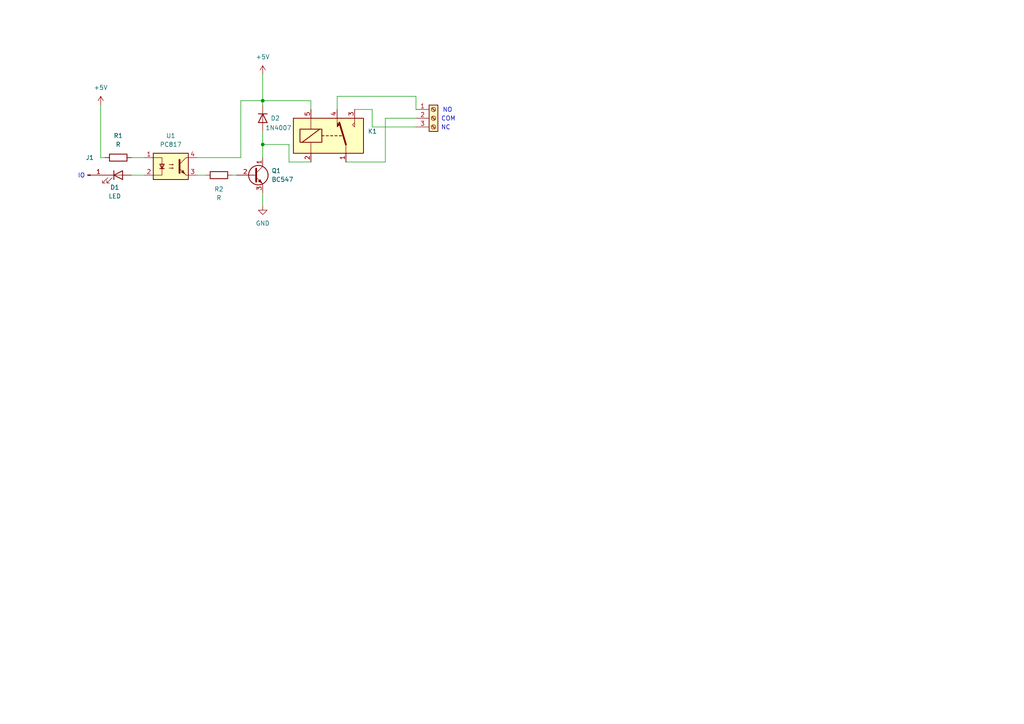
<source format=kicad_sch>
(kicad_sch
	(version 20231120)
	(generator "eeschema")
	(generator_version "8.0")
	(uuid "473fd855-799d-48e1-8f5e-63ccff72cb3c")
	(paper "A4")
	(lib_symbols
		(symbol "Connector:Conn_01x01_Pin"
			(pin_names
				(offset 1.016) hide)
			(exclude_from_sim no)
			(in_bom yes)
			(on_board yes)
			(property "Reference" "J"
				(at 0 2.54 0)
				(effects
					(font
						(size 1.27 1.27)
					)
				)
			)
			(property "Value" "Conn_01x01_Pin"
				(at 0 -2.54 0)
				(effects
					(font
						(size 1.27 1.27)
					)
				)
			)
			(property "Footprint" ""
				(at 0 0 0)
				(effects
					(font
						(size 1.27 1.27)
					)
					(hide yes)
				)
			)
			(property "Datasheet" "~"
				(at 0 0 0)
				(effects
					(font
						(size 1.27 1.27)
					)
					(hide yes)
				)
			)
			(property "Description" "Generic connector, single row, 01x01, script generated"
				(at 0 0 0)
				(effects
					(font
						(size 1.27 1.27)
					)
					(hide yes)
				)
			)
			(property "ki_locked" ""
				(at 0 0 0)
				(effects
					(font
						(size 1.27 1.27)
					)
				)
			)
			(property "ki_keywords" "connector"
				(at 0 0 0)
				(effects
					(font
						(size 1.27 1.27)
					)
					(hide yes)
				)
			)
			(property "ki_fp_filters" "Connector*:*_1x??_*"
				(at 0 0 0)
				(effects
					(font
						(size 1.27 1.27)
					)
					(hide yes)
				)
			)
			(symbol "Conn_01x01_Pin_1_1"
				(polyline
					(pts
						(xy 1.27 0) (xy 0.8636 0)
					)
					(stroke
						(width 0.1524)
						(type default)
					)
					(fill
						(type none)
					)
				)
				(rectangle
					(start 0.8636 0.127)
					(end 0 -0.127)
					(stroke
						(width 0.1524)
						(type default)
					)
					(fill
						(type outline)
					)
				)
				(pin passive line
					(at 5.08 0 180)
					(length 3.81)
					(name "Pin_1"
						(effects
							(font
								(size 1.27 1.27)
							)
						)
					)
					(number "1"
						(effects
							(font
								(size 1.27 1.27)
							)
						)
					)
				)
			)
		)
		(symbol "Connector:Screw_Terminal_01x03"
			(pin_names
				(offset 1.016) hide)
			(exclude_from_sim no)
			(in_bom yes)
			(on_board yes)
			(property "Reference" "J"
				(at 0 5.08 0)
				(effects
					(font
						(size 1.27 1.27)
					)
				)
			)
			(property "Value" "Screw_Terminal_01x03"
				(at 0 -5.08 0)
				(effects
					(font
						(size 1.27 1.27)
					)
				)
			)
			(property "Footprint" ""
				(at 0 0 0)
				(effects
					(font
						(size 1.27 1.27)
					)
					(hide yes)
				)
			)
			(property "Datasheet" "~"
				(at 0 0 0)
				(effects
					(font
						(size 1.27 1.27)
					)
					(hide yes)
				)
			)
			(property "Description" "Generic screw terminal, single row, 01x03, script generated (kicad-library-utils/schlib/autogen/connector/)"
				(at 0 0 0)
				(effects
					(font
						(size 1.27 1.27)
					)
					(hide yes)
				)
			)
			(property "ki_keywords" "screw terminal"
				(at 0 0 0)
				(effects
					(font
						(size 1.27 1.27)
					)
					(hide yes)
				)
			)
			(property "ki_fp_filters" "TerminalBlock*:*"
				(at 0 0 0)
				(effects
					(font
						(size 1.27 1.27)
					)
					(hide yes)
				)
			)
			(symbol "Screw_Terminal_01x03_1_1"
				(rectangle
					(start -1.27 3.81)
					(end 1.27 -3.81)
					(stroke
						(width 0.254)
						(type default)
					)
					(fill
						(type background)
					)
				)
				(circle
					(center 0 -2.54)
					(radius 0.635)
					(stroke
						(width 0.1524)
						(type default)
					)
					(fill
						(type none)
					)
				)
				(polyline
					(pts
						(xy -0.5334 -2.2098) (xy 0.3302 -3.048)
					)
					(stroke
						(width 0.1524)
						(type default)
					)
					(fill
						(type none)
					)
				)
				(polyline
					(pts
						(xy -0.5334 0.3302) (xy 0.3302 -0.508)
					)
					(stroke
						(width 0.1524)
						(type default)
					)
					(fill
						(type none)
					)
				)
				(polyline
					(pts
						(xy -0.5334 2.8702) (xy 0.3302 2.032)
					)
					(stroke
						(width 0.1524)
						(type default)
					)
					(fill
						(type none)
					)
				)
				(polyline
					(pts
						(xy -0.3556 -2.032) (xy 0.508 -2.8702)
					)
					(stroke
						(width 0.1524)
						(type default)
					)
					(fill
						(type none)
					)
				)
				(polyline
					(pts
						(xy -0.3556 0.508) (xy 0.508 -0.3302)
					)
					(stroke
						(width 0.1524)
						(type default)
					)
					(fill
						(type none)
					)
				)
				(polyline
					(pts
						(xy -0.3556 3.048) (xy 0.508 2.2098)
					)
					(stroke
						(width 0.1524)
						(type default)
					)
					(fill
						(type none)
					)
				)
				(circle
					(center 0 0)
					(radius 0.635)
					(stroke
						(width 0.1524)
						(type default)
					)
					(fill
						(type none)
					)
				)
				(circle
					(center 0 2.54)
					(radius 0.635)
					(stroke
						(width 0.1524)
						(type default)
					)
					(fill
						(type none)
					)
				)
				(pin passive line
					(at -5.08 2.54 0)
					(length 3.81)
					(name "Pin_1"
						(effects
							(font
								(size 1.27 1.27)
							)
						)
					)
					(number "1"
						(effects
							(font
								(size 1.27 1.27)
							)
						)
					)
				)
				(pin passive line
					(at -5.08 0 0)
					(length 3.81)
					(name "Pin_2"
						(effects
							(font
								(size 1.27 1.27)
							)
						)
					)
					(number "2"
						(effects
							(font
								(size 1.27 1.27)
							)
						)
					)
				)
				(pin passive line
					(at -5.08 -2.54 0)
					(length 3.81)
					(name "Pin_3"
						(effects
							(font
								(size 1.27 1.27)
							)
						)
					)
					(number "3"
						(effects
							(font
								(size 1.27 1.27)
							)
						)
					)
				)
			)
		)
		(symbol "Device:LED"
			(pin_numbers hide)
			(pin_names
				(offset 1.016) hide)
			(exclude_from_sim no)
			(in_bom yes)
			(on_board yes)
			(property "Reference" "D"
				(at 0 2.54 0)
				(effects
					(font
						(size 1.27 1.27)
					)
				)
			)
			(property "Value" "LED"
				(at 0 -2.54 0)
				(effects
					(font
						(size 1.27 1.27)
					)
				)
			)
			(property "Footprint" ""
				(at 0 0 0)
				(effects
					(font
						(size 1.27 1.27)
					)
					(hide yes)
				)
			)
			(property "Datasheet" "~"
				(at 0 0 0)
				(effects
					(font
						(size 1.27 1.27)
					)
					(hide yes)
				)
			)
			(property "Description" "Light emitting diode"
				(at 0 0 0)
				(effects
					(font
						(size 1.27 1.27)
					)
					(hide yes)
				)
			)
			(property "ki_keywords" "LED diode"
				(at 0 0 0)
				(effects
					(font
						(size 1.27 1.27)
					)
					(hide yes)
				)
			)
			(property "ki_fp_filters" "LED* LED_SMD:* LED_THT:*"
				(at 0 0 0)
				(effects
					(font
						(size 1.27 1.27)
					)
					(hide yes)
				)
			)
			(symbol "LED_0_1"
				(polyline
					(pts
						(xy -1.27 -1.27) (xy -1.27 1.27)
					)
					(stroke
						(width 0.254)
						(type default)
					)
					(fill
						(type none)
					)
				)
				(polyline
					(pts
						(xy -1.27 0) (xy 1.27 0)
					)
					(stroke
						(width 0)
						(type default)
					)
					(fill
						(type none)
					)
				)
				(polyline
					(pts
						(xy 1.27 -1.27) (xy 1.27 1.27) (xy -1.27 0) (xy 1.27 -1.27)
					)
					(stroke
						(width 0.254)
						(type default)
					)
					(fill
						(type none)
					)
				)
				(polyline
					(pts
						(xy -3.048 -0.762) (xy -4.572 -2.286) (xy -3.81 -2.286) (xy -4.572 -2.286) (xy -4.572 -1.524)
					)
					(stroke
						(width 0)
						(type default)
					)
					(fill
						(type none)
					)
				)
				(polyline
					(pts
						(xy -1.778 -0.762) (xy -3.302 -2.286) (xy -2.54 -2.286) (xy -3.302 -2.286) (xy -3.302 -1.524)
					)
					(stroke
						(width 0)
						(type default)
					)
					(fill
						(type none)
					)
				)
			)
			(symbol "LED_1_1"
				(pin passive line
					(at -3.81 0 0)
					(length 2.54)
					(name "K"
						(effects
							(font
								(size 1.27 1.27)
							)
						)
					)
					(number "1"
						(effects
							(font
								(size 1.27 1.27)
							)
						)
					)
				)
				(pin passive line
					(at 3.81 0 180)
					(length 2.54)
					(name "A"
						(effects
							(font
								(size 1.27 1.27)
							)
						)
					)
					(number "2"
						(effects
							(font
								(size 1.27 1.27)
							)
						)
					)
				)
			)
		)
		(symbol "Device:R"
			(pin_numbers hide)
			(pin_names
				(offset 0)
			)
			(exclude_from_sim no)
			(in_bom yes)
			(on_board yes)
			(property "Reference" "R"
				(at 2.032 0 90)
				(effects
					(font
						(size 1.27 1.27)
					)
				)
			)
			(property "Value" "R"
				(at 0 0 90)
				(effects
					(font
						(size 1.27 1.27)
					)
				)
			)
			(property "Footprint" ""
				(at -1.778 0 90)
				(effects
					(font
						(size 1.27 1.27)
					)
					(hide yes)
				)
			)
			(property "Datasheet" "~"
				(at 0 0 0)
				(effects
					(font
						(size 1.27 1.27)
					)
					(hide yes)
				)
			)
			(property "Description" "Resistor"
				(at 0 0 0)
				(effects
					(font
						(size 1.27 1.27)
					)
					(hide yes)
				)
			)
			(property "ki_keywords" "R res resistor"
				(at 0 0 0)
				(effects
					(font
						(size 1.27 1.27)
					)
					(hide yes)
				)
			)
			(property "ki_fp_filters" "R_*"
				(at 0 0 0)
				(effects
					(font
						(size 1.27 1.27)
					)
					(hide yes)
				)
			)
			(symbol "R_0_1"
				(rectangle
					(start -1.016 -2.54)
					(end 1.016 2.54)
					(stroke
						(width 0.254)
						(type default)
					)
					(fill
						(type none)
					)
				)
			)
			(symbol "R_1_1"
				(pin passive line
					(at 0 3.81 270)
					(length 1.27)
					(name "~"
						(effects
							(font
								(size 1.27 1.27)
							)
						)
					)
					(number "1"
						(effects
							(font
								(size 1.27 1.27)
							)
						)
					)
				)
				(pin passive line
					(at 0 -3.81 90)
					(length 1.27)
					(name "~"
						(effects
							(font
								(size 1.27 1.27)
							)
						)
					)
					(number "2"
						(effects
							(font
								(size 1.27 1.27)
							)
						)
					)
				)
			)
		)
		(symbol "Diode:1N4007"
			(pin_numbers hide)
			(pin_names hide)
			(exclude_from_sim no)
			(in_bom yes)
			(on_board yes)
			(property "Reference" "D"
				(at 0 2.54 0)
				(effects
					(font
						(size 1.27 1.27)
					)
				)
			)
			(property "Value" "1N4007"
				(at 0 -2.54 0)
				(effects
					(font
						(size 1.27 1.27)
					)
				)
			)
			(property "Footprint" "Diode_THT:D_DO-41_SOD81_P10.16mm_Horizontal"
				(at 0 -4.445 0)
				(effects
					(font
						(size 1.27 1.27)
					)
					(hide yes)
				)
			)
			(property "Datasheet" "http://www.vishay.com/docs/88503/1n4001.pdf"
				(at 0 0 0)
				(effects
					(font
						(size 1.27 1.27)
					)
					(hide yes)
				)
			)
			(property "Description" "1000V 1A General Purpose Rectifier Diode, DO-41"
				(at 0 0 0)
				(effects
					(font
						(size 1.27 1.27)
					)
					(hide yes)
				)
			)
			(property "Sim.Device" "D"
				(at 0 0 0)
				(effects
					(font
						(size 1.27 1.27)
					)
					(hide yes)
				)
			)
			(property "Sim.Pins" "1=K 2=A"
				(at 0 0 0)
				(effects
					(font
						(size 1.27 1.27)
					)
					(hide yes)
				)
			)
			(property "ki_keywords" "diode"
				(at 0 0 0)
				(effects
					(font
						(size 1.27 1.27)
					)
					(hide yes)
				)
			)
			(property "ki_fp_filters" "D*DO?41*"
				(at 0 0 0)
				(effects
					(font
						(size 1.27 1.27)
					)
					(hide yes)
				)
			)
			(symbol "1N4007_0_1"
				(polyline
					(pts
						(xy -1.27 1.27) (xy -1.27 -1.27)
					)
					(stroke
						(width 0.254)
						(type default)
					)
					(fill
						(type none)
					)
				)
				(polyline
					(pts
						(xy 1.27 0) (xy -1.27 0)
					)
					(stroke
						(width 0)
						(type default)
					)
					(fill
						(type none)
					)
				)
				(polyline
					(pts
						(xy 1.27 1.27) (xy 1.27 -1.27) (xy -1.27 0) (xy 1.27 1.27)
					)
					(stroke
						(width 0.254)
						(type default)
					)
					(fill
						(type none)
					)
				)
			)
			(symbol "1N4007_1_1"
				(pin passive line
					(at -3.81 0 0)
					(length 2.54)
					(name "K"
						(effects
							(font
								(size 1.27 1.27)
							)
						)
					)
					(number "1"
						(effects
							(font
								(size 1.27 1.27)
							)
						)
					)
				)
				(pin passive line
					(at 3.81 0 180)
					(length 2.54)
					(name "A"
						(effects
							(font
								(size 1.27 1.27)
							)
						)
					)
					(number "2"
						(effects
							(font
								(size 1.27 1.27)
							)
						)
					)
				)
			)
		)
		(symbol "Isolator:PC817"
			(pin_names
				(offset 1.016)
			)
			(exclude_from_sim no)
			(in_bom yes)
			(on_board yes)
			(property "Reference" "U"
				(at -5.08 5.08 0)
				(effects
					(font
						(size 1.27 1.27)
					)
					(justify left)
				)
			)
			(property "Value" "PC817"
				(at 0 5.08 0)
				(effects
					(font
						(size 1.27 1.27)
					)
					(justify left)
				)
			)
			(property "Footprint" "Package_DIP:DIP-4_W7.62mm"
				(at -5.08 -5.08 0)
				(effects
					(font
						(size 1.27 1.27)
						(italic yes)
					)
					(justify left)
					(hide yes)
				)
			)
			(property "Datasheet" "http://www.soselectronic.cz/a_info/resource/d/pc817.pdf"
				(at 0 0 0)
				(effects
					(font
						(size 1.27 1.27)
					)
					(justify left)
					(hide yes)
				)
			)
			(property "Description" "DC Optocoupler, Vce 35V, CTR 50-300%, DIP-4"
				(at 0 0 0)
				(effects
					(font
						(size 1.27 1.27)
					)
					(hide yes)
				)
			)
			(property "ki_keywords" "NPN DC Optocoupler"
				(at 0 0 0)
				(effects
					(font
						(size 1.27 1.27)
					)
					(hide yes)
				)
			)
			(property "ki_fp_filters" "DIP*W7.62mm*"
				(at 0 0 0)
				(effects
					(font
						(size 1.27 1.27)
					)
					(hide yes)
				)
			)
			(symbol "PC817_0_1"
				(rectangle
					(start -5.08 3.81)
					(end 5.08 -3.81)
					(stroke
						(width 0.254)
						(type default)
					)
					(fill
						(type background)
					)
				)
				(polyline
					(pts
						(xy -3.175 -0.635) (xy -1.905 -0.635)
					)
					(stroke
						(width 0.254)
						(type default)
					)
					(fill
						(type none)
					)
				)
				(polyline
					(pts
						(xy 2.54 0.635) (xy 4.445 2.54)
					)
					(stroke
						(width 0)
						(type default)
					)
					(fill
						(type none)
					)
				)
				(polyline
					(pts
						(xy 4.445 -2.54) (xy 2.54 -0.635)
					)
					(stroke
						(width 0)
						(type default)
					)
					(fill
						(type outline)
					)
				)
				(polyline
					(pts
						(xy 4.445 -2.54) (xy 5.08 -2.54)
					)
					(stroke
						(width 0)
						(type default)
					)
					(fill
						(type none)
					)
				)
				(polyline
					(pts
						(xy 4.445 2.54) (xy 5.08 2.54)
					)
					(stroke
						(width 0)
						(type default)
					)
					(fill
						(type none)
					)
				)
				(polyline
					(pts
						(xy -5.08 2.54) (xy -2.54 2.54) (xy -2.54 -0.635)
					)
					(stroke
						(width 0)
						(type default)
					)
					(fill
						(type none)
					)
				)
				(polyline
					(pts
						(xy -2.54 -0.635) (xy -2.54 -2.54) (xy -5.08 -2.54)
					)
					(stroke
						(width 0)
						(type default)
					)
					(fill
						(type none)
					)
				)
				(polyline
					(pts
						(xy 2.54 1.905) (xy 2.54 -1.905) (xy 2.54 -1.905)
					)
					(stroke
						(width 0.508)
						(type default)
					)
					(fill
						(type none)
					)
				)
				(polyline
					(pts
						(xy -2.54 -0.635) (xy -3.175 0.635) (xy -1.905 0.635) (xy -2.54 -0.635)
					)
					(stroke
						(width 0.254)
						(type default)
					)
					(fill
						(type none)
					)
				)
				(polyline
					(pts
						(xy -0.508 -0.508) (xy 0.762 -0.508) (xy 0.381 -0.635) (xy 0.381 -0.381) (xy 0.762 -0.508)
					)
					(stroke
						(width 0)
						(type default)
					)
					(fill
						(type none)
					)
				)
				(polyline
					(pts
						(xy -0.508 0.508) (xy 0.762 0.508) (xy 0.381 0.381) (xy 0.381 0.635) (xy 0.762 0.508)
					)
					(stroke
						(width 0)
						(type default)
					)
					(fill
						(type none)
					)
				)
				(polyline
					(pts
						(xy 3.048 -1.651) (xy 3.556 -1.143) (xy 4.064 -2.159) (xy 3.048 -1.651) (xy 3.048 -1.651)
					)
					(stroke
						(width 0)
						(type default)
					)
					(fill
						(type outline)
					)
				)
			)
			(symbol "PC817_1_1"
				(pin passive line
					(at -7.62 2.54 0)
					(length 2.54)
					(name "~"
						(effects
							(font
								(size 1.27 1.27)
							)
						)
					)
					(number "1"
						(effects
							(font
								(size 1.27 1.27)
							)
						)
					)
				)
				(pin passive line
					(at -7.62 -2.54 0)
					(length 2.54)
					(name "~"
						(effects
							(font
								(size 1.27 1.27)
							)
						)
					)
					(number "2"
						(effects
							(font
								(size 1.27 1.27)
							)
						)
					)
				)
				(pin passive line
					(at 7.62 -2.54 180)
					(length 2.54)
					(name "~"
						(effects
							(font
								(size 1.27 1.27)
							)
						)
					)
					(number "3"
						(effects
							(font
								(size 1.27 1.27)
							)
						)
					)
				)
				(pin passive line
					(at 7.62 2.54 180)
					(length 2.54)
					(name "~"
						(effects
							(font
								(size 1.27 1.27)
							)
						)
					)
					(number "4"
						(effects
							(font
								(size 1.27 1.27)
							)
						)
					)
				)
			)
		)
		(symbol "Relay:SANYOU_SRD_Form_C"
			(exclude_from_sim no)
			(in_bom yes)
			(on_board yes)
			(property "Reference" "K"
				(at 11.43 3.81 0)
				(effects
					(font
						(size 1.27 1.27)
					)
					(justify left)
				)
			)
			(property "Value" "SANYOU_SRD_Form_C"
				(at 11.43 1.27 0)
				(effects
					(font
						(size 1.27 1.27)
					)
					(justify left)
				)
			)
			(property "Footprint" "Relay_THT:Relay_SPDT_SANYOU_SRD_Series_Form_C"
				(at 11.43 -1.27 0)
				(effects
					(font
						(size 1.27 1.27)
					)
					(justify left)
					(hide yes)
				)
			)
			(property "Datasheet" "http://www.sanyourelay.ca/public/products/pdf/SRD.pdf"
				(at 0 0 0)
				(effects
					(font
						(size 1.27 1.27)
					)
					(hide yes)
				)
			)
			(property "Description" "Sanyo SRD relay, Single Pole Miniature Power Relay,"
				(at 0 0 0)
				(effects
					(font
						(size 1.27 1.27)
					)
					(hide yes)
				)
			)
			(property "ki_keywords" "Single Pole Relay SPDT"
				(at 0 0 0)
				(effects
					(font
						(size 1.27 1.27)
					)
					(hide yes)
				)
			)
			(property "ki_fp_filters" "Relay*SPDT*SANYOU*SRD*Series*Form*C*"
				(at 0 0 0)
				(effects
					(font
						(size 1.27 1.27)
					)
					(hide yes)
				)
			)
			(symbol "SANYOU_SRD_Form_C_0_0"
				(polyline
					(pts
						(xy 7.62 5.08) (xy 7.62 2.54) (xy 6.985 3.175) (xy 7.62 3.81)
					)
					(stroke
						(width 0)
						(type default)
					)
					(fill
						(type none)
					)
				)
			)
			(symbol "SANYOU_SRD_Form_C_0_1"
				(rectangle
					(start -10.16 5.08)
					(end 10.16 -5.08)
					(stroke
						(width 0.254)
						(type default)
					)
					(fill
						(type background)
					)
				)
				(rectangle
					(start -8.255 1.905)
					(end -1.905 -1.905)
					(stroke
						(width 0.254)
						(type default)
					)
					(fill
						(type none)
					)
				)
				(polyline
					(pts
						(xy -7.62 -1.905) (xy -2.54 1.905)
					)
					(stroke
						(width 0.254)
						(type default)
					)
					(fill
						(type none)
					)
				)
				(polyline
					(pts
						(xy -5.08 -5.08) (xy -5.08 -1.905)
					)
					(stroke
						(width 0)
						(type default)
					)
					(fill
						(type none)
					)
				)
				(polyline
					(pts
						(xy -5.08 5.08) (xy -5.08 1.905)
					)
					(stroke
						(width 0)
						(type default)
					)
					(fill
						(type none)
					)
				)
				(polyline
					(pts
						(xy -1.905 0) (xy -1.27 0)
					)
					(stroke
						(width 0.254)
						(type default)
					)
					(fill
						(type none)
					)
				)
				(polyline
					(pts
						(xy -0.635 0) (xy 0 0)
					)
					(stroke
						(width 0.254)
						(type default)
					)
					(fill
						(type none)
					)
				)
				(polyline
					(pts
						(xy 0.635 0) (xy 1.27 0)
					)
					(stroke
						(width 0.254)
						(type default)
					)
					(fill
						(type none)
					)
				)
				(polyline
					(pts
						(xy 1.905 0) (xy 2.54 0)
					)
					(stroke
						(width 0.254)
						(type default)
					)
					(fill
						(type none)
					)
				)
				(polyline
					(pts
						(xy 3.175 0) (xy 3.81 0)
					)
					(stroke
						(width 0.254)
						(type default)
					)
					(fill
						(type none)
					)
				)
				(polyline
					(pts
						(xy 5.08 -2.54) (xy 3.175 3.81)
					)
					(stroke
						(width 0.508)
						(type default)
					)
					(fill
						(type none)
					)
				)
				(polyline
					(pts
						(xy 5.08 -2.54) (xy 5.08 -5.08)
					)
					(stroke
						(width 0)
						(type default)
					)
					(fill
						(type none)
					)
				)
			)
			(symbol "SANYOU_SRD_Form_C_1_1"
				(polyline
					(pts
						(xy 2.54 3.81) (xy 3.175 3.175) (xy 2.54 2.54) (xy 2.54 5.08)
					)
					(stroke
						(width 0)
						(type default)
					)
					(fill
						(type outline)
					)
				)
				(pin passive line
					(at 5.08 -7.62 90)
					(length 2.54)
					(name "~"
						(effects
							(font
								(size 1.27 1.27)
							)
						)
					)
					(number "1"
						(effects
							(font
								(size 1.27 1.27)
							)
						)
					)
				)
				(pin passive line
					(at -5.08 -7.62 90)
					(length 2.54)
					(name "~"
						(effects
							(font
								(size 1.27 1.27)
							)
						)
					)
					(number "2"
						(effects
							(font
								(size 1.27 1.27)
							)
						)
					)
				)
				(pin passive line
					(at 7.62 7.62 270)
					(length 2.54)
					(name "~"
						(effects
							(font
								(size 1.27 1.27)
							)
						)
					)
					(number "3"
						(effects
							(font
								(size 1.27 1.27)
							)
						)
					)
				)
				(pin passive line
					(at 2.54 7.62 270)
					(length 2.54)
					(name "~"
						(effects
							(font
								(size 1.27 1.27)
							)
						)
					)
					(number "4"
						(effects
							(font
								(size 1.27 1.27)
							)
						)
					)
				)
				(pin passive line
					(at -5.08 7.62 270)
					(length 2.54)
					(name "~"
						(effects
							(font
								(size 1.27 1.27)
							)
						)
					)
					(number "5"
						(effects
							(font
								(size 1.27 1.27)
							)
						)
					)
				)
			)
		)
		(symbol "Transistor_BJT:BC547"
			(pin_names
				(offset 0) hide)
			(exclude_from_sim no)
			(in_bom yes)
			(on_board yes)
			(property "Reference" "Q"
				(at 5.08 1.905 0)
				(effects
					(font
						(size 1.27 1.27)
					)
					(justify left)
				)
			)
			(property "Value" "BC547"
				(at 5.08 0 0)
				(effects
					(font
						(size 1.27 1.27)
					)
					(justify left)
				)
			)
			(property "Footprint" "Package_TO_SOT_THT:TO-92_Inline"
				(at 5.08 -1.905 0)
				(effects
					(font
						(size 1.27 1.27)
						(italic yes)
					)
					(justify left)
					(hide yes)
				)
			)
			(property "Datasheet" "https://www.onsemi.com/pub/Collateral/BC550-D.pdf"
				(at 0 0 0)
				(effects
					(font
						(size 1.27 1.27)
					)
					(justify left)
					(hide yes)
				)
			)
			(property "Description" "0.1A Ic, 45V Vce, Small Signal NPN Transistor, TO-92"
				(at 0 0 0)
				(effects
					(font
						(size 1.27 1.27)
					)
					(hide yes)
				)
			)
			(property "ki_keywords" "NPN Transistor"
				(at 0 0 0)
				(effects
					(font
						(size 1.27 1.27)
					)
					(hide yes)
				)
			)
			(property "ki_fp_filters" "TO?92*"
				(at 0 0 0)
				(effects
					(font
						(size 1.27 1.27)
					)
					(hide yes)
				)
			)
			(symbol "BC547_0_1"
				(polyline
					(pts
						(xy 0 0) (xy 0.635 0)
					)
					(stroke
						(width 0)
						(type default)
					)
					(fill
						(type none)
					)
				)
				(polyline
					(pts
						(xy 0.635 0.635) (xy 2.54 2.54)
					)
					(stroke
						(width 0)
						(type default)
					)
					(fill
						(type none)
					)
				)
				(polyline
					(pts
						(xy 0.635 -0.635) (xy 2.54 -2.54) (xy 2.54 -2.54)
					)
					(stroke
						(width 0)
						(type default)
					)
					(fill
						(type none)
					)
				)
				(polyline
					(pts
						(xy 0.635 1.905) (xy 0.635 -1.905) (xy 0.635 -1.905)
					)
					(stroke
						(width 0.508)
						(type default)
					)
					(fill
						(type none)
					)
				)
				(polyline
					(pts
						(xy 1.27 -1.778) (xy 1.778 -1.27) (xy 2.286 -2.286) (xy 1.27 -1.778) (xy 1.27 -1.778)
					)
					(stroke
						(width 0)
						(type default)
					)
					(fill
						(type outline)
					)
				)
				(circle
					(center 1.27 0)
					(radius 2.8194)
					(stroke
						(width 0.254)
						(type default)
					)
					(fill
						(type none)
					)
				)
			)
			(symbol "BC547_1_1"
				(pin passive line
					(at 2.54 5.08 270)
					(length 2.54)
					(name "C"
						(effects
							(font
								(size 1.27 1.27)
							)
						)
					)
					(number "1"
						(effects
							(font
								(size 1.27 1.27)
							)
						)
					)
				)
				(pin input line
					(at -5.08 0 0)
					(length 5.08)
					(name "B"
						(effects
							(font
								(size 1.27 1.27)
							)
						)
					)
					(number "2"
						(effects
							(font
								(size 1.27 1.27)
							)
						)
					)
				)
				(pin passive line
					(at 2.54 -5.08 90)
					(length 2.54)
					(name "E"
						(effects
							(font
								(size 1.27 1.27)
							)
						)
					)
					(number "3"
						(effects
							(font
								(size 1.27 1.27)
							)
						)
					)
				)
			)
		)
		(symbol "power:+5V"
			(power)
			(pin_numbers hide)
			(pin_names
				(offset 0) hide)
			(exclude_from_sim no)
			(in_bom yes)
			(on_board yes)
			(property "Reference" "#PWR"
				(at 0 -3.81 0)
				(effects
					(font
						(size 1.27 1.27)
					)
					(hide yes)
				)
			)
			(property "Value" "+5V"
				(at 0 3.556 0)
				(effects
					(font
						(size 1.27 1.27)
					)
				)
			)
			(property "Footprint" ""
				(at 0 0 0)
				(effects
					(font
						(size 1.27 1.27)
					)
					(hide yes)
				)
			)
			(property "Datasheet" ""
				(at 0 0 0)
				(effects
					(font
						(size 1.27 1.27)
					)
					(hide yes)
				)
			)
			(property "Description" "Power symbol creates a global label with name \"+5V\""
				(at 0 0 0)
				(effects
					(font
						(size 1.27 1.27)
					)
					(hide yes)
				)
			)
			(property "ki_keywords" "global power"
				(at 0 0 0)
				(effects
					(font
						(size 1.27 1.27)
					)
					(hide yes)
				)
			)
			(symbol "+5V_0_1"
				(polyline
					(pts
						(xy -0.762 1.27) (xy 0 2.54)
					)
					(stroke
						(width 0)
						(type default)
					)
					(fill
						(type none)
					)
				)
				(polyline
					(pts
						(xy 0 0) (xy 0 2.54)
					)
					(stroke
						(width 0)
						(type default)
					)
					(fill
						(type none)
					)
				)
				(polyline
					(pts
						(xy 0 2.54) (xy 0.762 1.27)
					)
					(stroke
						(width 0)
						(type default)
					)
					(fill
						(type none)
					)
				)
			)
			(symbol "+5V_1_1"
				(pin power_in line
					(at 0 0 90)
					(length 0)
					(name "~"
						(effects
							(font
								(size 1.27 1.27)
							)
						)
					)
					(number "1"
						(effects
							(font
								(size 1.27 1.27)
							)
						)
					)
				)
			)
		)
		(symbol "power:GND"
			(power)
			(pin_numbers hide)
			(pin_names
				(offset 0) hide)
			(exclude_from_sim no)
			(in_bom yes)
			(on_board yes)
			(property "Reference" "#PWR"
				(at 0 -6.35 0)
				(effects
					(font
						(size 1.27 1.27)
					)
					(hide yes)
				)
			)
			(property "Value" "GND"
				(at 0 -3.81 0)
				(effects
					(font
						(size 1.27 1.27)
					)
				)
			)
			(property "Footprint" ""
				(at 0 0 0)
				(effects
					(font
						(size 1.27 1.27)
					)
					(hide yes)
				)
			)
			(property "Datasheet" ""
				(at 0 0 0)
				(effects
					(font
						(size 1.27 1.27)
					)
					(hide yes)
				)
			)
			(property "Description" "Power symbol creates a global label with name \"GND\" , ground"
				(at 0 0 0)
				(effects
					(font
						(size 1.27 1.27)
					)
					(hide yes)
				)
			)
			(property "ki_keywords" "global power"
				(at 0 0 0)
				(effects
					(font
						(size 1.27 1.27)
					)
					(hide yes)
				)
			)
			(symbol "GND_0_1"
				(polyline
					(pts
						(xy 0 0) (xy 0 -1.27) (xy 1.27 -1.27) (xy 0 -2.54) (xy -1.27 -1.27) (xy 0 -1.27)
					)
					(stroke
						(width 0)
						(type default)
					)
					(fill
						(type none)
					)
				)
			)
			(symbol "GND_1_1"
				(pin power_in line
					(at 0 0 270)
					(length 0)
					(name "~"
						(effects
							(font
								(size 1.27 1.27)
							)
						)
					)
					(number "1"
						(effects
							(font
								(size 1.27 1.27)
							)
						)
					)
				)
			)
		)
	)
	(junction
		(at 76.2 29.21)
		(diameter 0)
		(color 0 0 0 0)
		(uuid "9808caf5-3c35-4f2f-8463-58bf3aee3bf5")
	)
	(junction
		(at 76.2 41.91)
		(diameter 0)
		(color 0 0 0 0)
		(uuid "bc80ed1f-8b61-4540-b930-e8b7174f24ef")
	)
	(wire
		(pts
			(xy 120.65 27.94) (xy 97.79 27.94)
		)
		(stroke
			(width 0)
			(type default)
		)
		(uuid "0d494e07-2953-4288-aeed-179393a3f0d7")
	)
	(wire
		(pts
			(xy 90.17 29.21) (xy 76.2 29.21)
		)
		(stroke
			(width 0)
			(type default)
		)
		(uuid "117c92c7-e166-4428-b323-c3f9c7de09fa")
	)
	(wire
		(pts
			(xy 111.76 46.99) (xy 100.33 46.99)
		)
		(stroke
			(width 0)
			(type default)
		)
		(uuid "1219c79c-0008-4b43-87ae-19acd59db482")
	)
	(wire
		(pts
			(xy 107.95 36.83) (xy 107.95 31.75)
		)
		(stroke
			(width 0)
			(type default)
		)
		(uuid "1367b968-d181-42df-a15a-b3456646fabd")
	)
	(wire
		(pts
			(xy 90.17 46.99) (xy 83.82 46.99)
		)
		(stroke
			(width 0)
			(type default)
		)
		(uuid "17686c92-79ea-45d6-9cd8-631e541d6d28")
	)
	(wire
		(pts
			(xy 120.65 31.75) (xy 120.65 27.94)
		)
		(stroke
			(width 0)
			(type default)
		)
		(uuid "38f74a8f-8bab-4f77-9f3f-4fe39f073b6e")
	)
	(wire
		(pts
			(xy 76.2 41.91) (xy 76.2 45.72)
		)
		(stroke
			(width 0)
			(type default)
		)
		(uuid "492e4b40-51fa-4b88-8eac-ba2a5c6c39cd")
	)
	(wire
		(pts
			(xy 111.76 34.29) (xy 111.76 46.99)
		)
		(stroke
			(width 0)
			(type default)
		)
		(uuid "50afce0a-c4d5-49ff-9688-47a00d0e0491")
	)
	(wire
		(pts
			(xy 69.85 45.72) (xy 69.85 29.21)
		)
		(stroke
			(width 0)
			(type default)
		)
		(uuid "5949fbc8-8f7b-4c8a-a88a-22e3564c27d6")
	)
	(wire
		(pts
			(xy 76.2 21.59) (xy 76.2 29.21)
		)
		(stroke
			(width 0)
			(type default)
		)
		(uuid "611a06b5-15d5-4aad-a425-553456c79bf1")
	)
	(wire
		(pts
			(xy 38.1 50.8) (xy 41.91 50.8)
		)
		(stroke
			(width 0)
			(type default)
		)
		(uuid "67d29609-fd31-4506-91b5-423100830a0b")
	)
	(wire
		(pts
			(xy 29.21 30.48) (xy 29.21 45.72)
		)
		(stroke
			(width 0)
			(type default)
		)
		(uuid "6b6e96c1-9868-44e4-8652-ebdba0886bab")
	)
	(wire
		(pts
			(xy 29.21 45.72) (xy 30.48 45.72)
		)
		(stroke
			(width 0)
			(type default)
		)
		(uuid "7164cacc-58c9-460b-aa87-96f82e695742")
	)
	(wire
		(pts
			(xy 57.15 50.8) (xy 59.69 50.8)
		)
		(stroke
			(width 0)
			(type default)
		)
		(uuid "71d360a9-aba8-49c2-95e7-b1a07f4e024b")
	)
	(wire
		(pts
			(xy 57.15 45.72) (xy 69.85 45.72)
		)
		(stroke
			(width 0)
			(type default)
		)
		(uuid "733f92a4-a5f2-4356-93a8-e0a192f97e11")
	)
	(wire
		(pts
			(xy 38.1 45.72) (xy 41.91 45.72)
		)
		(stroke
			(width 0)
			(type default)
		)
		(uuid "81467df2-36c3-4fab-84f6-1ae9c326c645")
	)
	(wire
		(pts
			(xy 76.2 55.88) (xy 76.2 59.69)
		)
		(stroke
			(width 0)
			(type default)
		)
		(uuid "8725610a-8f2d-4f97-b48c-aca01b9e1ad3")
	)
	(wire
		(pts
			(xy 69.85 29.21) (xy 76.2 29.21)
		)
		(stroke
			(width 0)
			(type default)
		)
		(uuid "9365ce9f-b1f5-4e33-a4e9-0cb1c07d00f4")
	)
	(wire
		(pts
			(xy 107.95 31.75) (xy 102.87 31.75)
		)
		(stroke
			(width 0)
			(type default)
		)
		(uuid "9ef5b68d-e9ed-40df-a898-ca5ed77fad10")
	)
	(wire
		(pts
			(xy 76.2 38.1) (xy 76.2 41.91)
		)
		(stroke
			(width 0)
			(type default)
		)
		(uuid "9f192da5-3452-4ec2-a26c-b6cba7170203")
	)
	(wire
		(pts
			(xy 90.17 31.75) (xy 90.17 29.21)
		)
		(stroke
			(width 0)
			(type default)
		)
		(uuid "a7c4a277-a7c9-4eb5-9eb7-de91503325b1")
	)
	(wire
		(pts
			(xy 83.82 46.99) (xy 83.82 41.91)
		)
		(stroke
			(width 0)
			(type default)
		)
		(uuid "ad4c3301-98ca-4021-8da8-bb3701e58475")
	)
	(wire
		(pts
			(xy 83.82 41.91) (xy 76.2 41.91)
		)
		(stroke
			(width 0)
			(type default)
		)
		(uuid "da247bae-5ca8-457f-bc50-e40a29dc0e9d")
	)
	(wire
		(pts
			(xy 76.2 30.48) (xy 76.2 29.21)
		)
		(stroke
			(width 0)
			(type default)
		)
		(uuid "de641fe5-e5bd-4dee-b413-c7b1a6b1c6be")
	)
	(wire
		(pts
			(xy 120.65 36.83) (xy 107.95 36.83)
		)
		(stroke
			(width 0)
			(type default)
		)
		(uuid "e2bd1c80-6781-4a43-a003-deb65723c46a")
	)
	(wire
		(pts
			(xy 67.31 50.8) (xy 68.58 50.8)
		)
		(stroke
			(width 0)
			(type default)
		)
		(uuid "e7ce6dd7-526c-4b57-b5eb-400faab15bb6")
	)
	(wire
		(pts
			(xy 97.79 27.94) (xy 97.79 31.75)
		)
		(stroke
			(width 0)
			(type default)
		)
		(uuid "eb8f167c-3bcb-4972-a728-970d8ebee9f0")
	)
	(wire
		(pts
			(xy 120.65 34.29) (xy 111.76 34.29)
		)
		(stroke
			(width 0)
			(type default)
		)
		(uuid "f5460df4-2243-4860-b847-7fdffcb1d568")
	)
	(text "COM"
		(exclude_from_sim no)
		(at 130.048 34.544 0)
		(effects
			(font
				(size 1.27 1.27)
			)
		)
		(uuid "5830cd00-74ff-4bc8-9abc-50212368cf63")
	)
	(text "NO"
		(exclude_from_sim no)
		(at 129.794 32.004 0)
		(effects
			(font
				(size 1.27 1.27)
			)
		)
		(uuid "bda71aa6-8c28-468d-a5f6-65e400edefbb")
	)
	(text "NC"
		(exclude_from_sim no)
		(at 129.286 37.084 0)
		(effects
			(font
				(size 1.27 1.27)
			)
		)
		(uuid "c7abe5f9-0824-4895-9c6b-64db902ec2e0")
	)
	(text "IO"
		(exclude_from_sim no)
		(at 23.622 51.054 0)
		(effects
			(font
				(size 1.27 1.27)
			)
		)
		(uuid "ed025f39-eb29-4396-ade2-b52bfe4e4a74")
	)
	(symbol
		(lib_id "power:+5V")
		(at 29.21 30.48 0)
		(unit 1)
		(exclude_from_sim no)
		(in_bom yes)
		(on_board yes)
		(dnp no)
		(fields_autoplaced yes)
		(uuid "2a97c56e-ae9a-4dc9-bc6f-fb32c26166a5")
		(property "Reference" "#PWR02"
			(at 29.21 34.29 0)
			(effects
				(font
					(size 1.27 1.27)
				)
				(hide yes)
			)
		)
		(property "Value" "+5V"
			(at 29.21 25.4 0)
			(effects
				(font
					(size 1.27 1.27)
				)
			)
		)
		(property "Footprint" ""
			(at 29.21 30.48 0)
			(effects
				(font
					(size 1.27 1.27)
				)
				(hide yes)
			)
		)
		(property "Datasheet" ""
			(at 29.21 30.48 0)
			(effects
				(font
					(size 1.27 1.27)
				)
				(hide yes)
			)
		)
		(property "Description" "Power symbol creates a global label with name \"+5V\""
			(at 29.21 30.48 0)
			(effects
				(font
					(size 1.27 1.27)
				)
				(hide yes)
			)
		)
		(pin "1"
			(uuid "171158e8-258d-4e00-b917-c4c8ca8f0fd5")
		)
		(instances
			(project ""
				(path "/473fd855-799d-48e1-8f5e-63ccff72cb3c"
					(reference "#PWR02")
					(unit 1)
				)
			)
		)
	)
	(symbol
		(lib_id "Transistor_BJT:BC547")
		(at 73.66 50.8 0)
		(unit 1)
		(exclude_from_sim no)
		(in_bom yes)
		(on_board yes)
		(dnp no)
		(fields_autoplaced yes)
		(uuid "30fdc135-dea2-4c0a-9318-17825e33f967")
		(property "Reference" "Q1"
			(at 78.74 49.5299 0)
			(effects
				(font
					(size 1.27 1.27)
				)
				(justify left)
			)
		)
		(property "Value" "BC547"
			(at 78.74 52.0699 0)
			(effects
				(font
					(size 1.27 1.27)
				)
				(justify left)
			)
		)
		(property "Footprint" "Package_TO_SOT_THT:TO-92_Inline"
			(at 78.74 52.705 0)
			(effects
				(font
					(size 1.27 1.27)
					(italic yes)
				)
				(justify left)
				(hide yes)
			)
		)
		(property "Datasheet" "https://www.onsemi.com/pub/Collateral/BC550-D.pdf"
			(at 73.66 50.8 0)
			(effects
				(font
					(size 1.27 1.27)
				)
				(justify left)
				(hide yes)
			)
		)
		(property "Description" "0.1A Ic, 45V Vce, Small Signal NPN Transistor, TO-92"
			(at 73.66 50.8 0)
			(effects
				(font
					(size 1.27 1.27)
				)
				(hide yes)
			)
		)
		(pin "2"
			(uuid "089eb6aa-f556-4e50-b802-76f658ef2e2f")
		)
		(pin "3"
			(uuid "9b8cf305-cca5-48d3-a077-52faeb352683")
		)
		(pin "1"
			(uuid "c088b814-c7ac-444e-927a-0c669e173d35")
		)
		(instances
			(project ""
				(path "/473fd855-799d-48e1-8f5e-63ccff72cb3c"
					(reference "Q1")
					(unit 1)
				)
			)
		)
	)
	(symbol
		(lib_id "Device:LED")
		(at 34.29 50.8 0)
		(unit 1)
		(exclude_from_sim no)
		(in_bom yes)
		(on_board yes)
		(dnp no)
		(uuid "4f9554b9-6bd3-4b08-80b6-09bff6f20ff7")
		(property "Reference" "D1"
			(at 33.274 54.356 0)
			(effects
				(font
					(size 1.27 1.27)
				)
			)
		)
		(property "Value" "LED"
			(at 33.274 56.896 0)
			(effects
				(font
					(size 1.27 1.27)
				)
			)
		)
		(property "Footprint" "LED_THT:LED_D1.8mm_W1.8mm_H2.4mm_Horizontal_O1.27mm_Z1.6mm"
			(at 34.29 50.8 0)
			(effects
				(font
					(size 1.27 1.27)
				)
				(hide yes)
			)
		)
		(property "Datasheet" "~"
			(at 34.29 50.8 0)
			(effects
				(font
					(size 1.27 1.27)
				)
				(hide yes)
			)
		)
		(property "Description" "Light emitting diode"
			(at 34.29 50.8 0)
			(effects
				(font
					(size 1.27 1.27)
				)
				(hide yes)
			)
		)
		(pin "1"
			(uuid "1108e23b-4907-4110-b203-e9c4c6bcdfa8")
		)
		(pin "2"
			(uuid "20458aaf-0279-4472-8143-a6861bce4a07")
		)
		(instances
			(project ""
				(path "/473fd855-799d-48e1-8f5e-63ccff72cb3c"
					(reference "D1")
					(unit 1)
				)
			)
		)
	)
	(symbol
		(lib_id "power:+5V")
		(at 76.2 21.59 0)
		(unit 1)
		(exclude_from_sim no)
		(in_bom yes)
		(on_board yes)
		(dnp no)
		(fields_autoplaced yes)
		(uuid "51472952-4847-462b-97a2-c86019eca63a")
		(property "Reference" "#PWR03"
			(at 76.2 25.4 0)
			(effects
				(font
					(size 1.27 1.27)
				)
				(hide yes)
			)
		)
		(property "Value" "+5V"
			(at 76.2 16.51 0)
			(effects
				(font
					(size 1.27 1.27)
				)
			)
		)
		(property "Footprint" ""
			(at 76.2 21.59 0)
			(effects
				(font
					(size 1.27 1.27)
				)
				(hide yes)
			)
		)
		(property "Datasheet" ""
			(at 76.2 21.59 0)
			(effects
				(font
					(size 1.27 1.27)
				)
				(hide yes)
			)
		)
		(property "Description" "Power symbol creates a global label with name \"+5V\""
			(at 76.2 21.59 0)
			(effects
				(font
					(size 1.27 1.27)
				)
				(hide yes)
			)
		)
		(pin "1"
			(uuid "80aa52da-2afe-46ca-a3cb-b4b24c4afafd")
		)
		(instances
			(project "ESP8266_HomAuto"
				(path "/473fd855-799d-48e1-8f5e-63ccff72cb3c"
					(reference "#PWR03")
					(unit 1)
				)
			)
		)
	)
	(symbol
		(lib_id "Device:R")
		(at 63.5 50.8 90)
		(unit 1)
		(exclude_from_sim no)
		(in_bom yes)
		(on_board yes)
		(dnp no)
		(uuid "55547da3-d7eb-48df-8697-b930f2320d46")
		(property "Reference" "R2"
			(at 63.5 54.864 90)
			(effects
				(font
					(size 1.27 1.27)
				)
			)
		)
		(property "Value" "R"
			(at 63.5 57.404 90)
			(effects
				(font
					(size 1.27 1.27)
				)
			)
		)
		(property "Footprint" "Resistor_THT:R_Axial_DIN0207_L6.3mm_D2.5mm_P7.62mm_Horizontal"
			(at 63.5 52.578 90)
			(effects
				(font
					(size 1.27 1.27)
				)
				(hide yes)
			)
		)
		(property "Datasheet" "~"
			(at 63.5 50.8 0)
			(effects
				(font
					(size 1.27 1.27)
				)
				(hide yes)
			)
		)
		(property "Description" "Resistor"
			(at 63.5 50.8 0)
			(effects
				(font
					(size 1.27 1.27)
				)
				(hide yes)
			)
		)
		(pin "2"
			(uuid "d630d173-84b2-4607-b9f2-59a9c0978555")
		)
		(pin "1"
			(uuid "5dbbd401-e261-4ce8-a791-0c8dfa473d7d")
		)
		(instances
			(project ""
				(path "/473fd855-799d-48e1-8f5e-63ccff72cb3c"
					(reference "R2")
					(unit 1)
				)
			)
		)
	)
	(symbol
		(lib_id "Diode:1N4007")
		(at 76.2 34.29 270)
		(unit 1)
		(exclude_from_sim no)
		(in_bom yes)
		(on_board yes)
		(dnp no)
		(uuid "6c241ad8-5441-4bb0-9d2e-e828b45e34fb")
		(property "Reference" "D2"
			(at 78.486 34.29 90)
			(effects
				(font
					(size 1.27 1.27)
				)
				(justify left)
			)
		)
		(property "Value" "1N4007"
			(at 76.962 37.084 90)
			(effects
				(font
					(size 1.27 1.27)
				)
				(justify left)
			)
		)
		(property "Footprint" "Diode_THT:D_DO-41_SOD81_P10.16mm_Horizontal"
			(at 71.755 34.29 0)
			(effects
				(font
					(size 1.27 1.27)
				)
				(hide yes)
			)
		)
		(property "Datasheet" "http://www.vishay.com/docs/88503/1n4001.pdf"
			(at 76.2 34.29 0)
			(effects
				(font
					(size 1.27 1.27)
				)
				(hide yes)
			)
		)
		(property "Description" "1000V 1A General Purpose Rectifier Diode, DO-41"
			(at 76.2 34.29 0)
			(effects
				(font
					(size 1.27 1.27)
				)
				(hide yes)
			)
		)
		(property "Sim.Device" "D"
			(at 76.2 34.29 0)
			(effects
				(font
					(size 1.27 1.27)
				)
				(hide yes)
			)
		)
		(property "Sim.Pins" "1=K 2=A"
			(at 76.2 34.29 0)
			(effects
				(font
					(size 1.27 1.27)
				)
				(hide yes)
			)
		)
		(pin "1"
			(uuid "534b95b5-95dd-4701-85b0-867207a11b1c")
		)
		(pin "2"
			(uuid "683d41db-e8be-40b1-9ab7-417991be5dc5")
		)
		(instances
			(project ""
				(path "/473fd855-799d-48e1-8f5e-63ccff72cb3c"
					(reference "D2")
					(unit 1)
				)
			)
		)
	)
	(symbol
		(lib_id "Isolator:PC817")
		(at 49.53 48.26 0)
		(unit 1)
		(exclude_from_sim no)
		(in_bom yes)
		(on_board yes)
		(dnp no)
		(fields_autoplaced yes)
		(uuid "9a5d96ab-b935-4547-a624-261f96cbe4c2")
		(property "Reference" "U1"
			(at 49.53 39.37 0)
			(effects
				(font
					(size 1.27 1.27)
				)
			)
		)
		(property "Value" "PC817"
			(at 49.53 41.91 0)
			(effects
				(font
					(size 1.27 1.27)
				)
			)
		)
		(property "Footprint" "Package_DIP:DIP-4_W7.62mm"
			(at 44.45 53.34 0)
			(effects
				(font
					(size 1.27 1.27)
					(italic yes)
				)
				(justify left)
				(hide yes)
			)
		)
		(property "Datasheet" "http://www.soselectronic.cz/a_info/resource/d/pc817.pdf"
			(at 49.53 48.26 0)
			(effects
				(font
					(size 1.27 1.27)
				)
				(justify left)
				(hide yes)
			)
		)
		(property "Description" "DC Optocoupler, Vce 35V, CTR 50-300%, DIP-4"
			(at 49.53 48.26 0)
			(effects
				(font
					(size 1.27 1.27)
				)
				(hide yes)
			)
		)
		(pin "2"
			(uuid "6866f9bd-515b-46fa-b933-82cf7a3e472c")
		)
		(pin "4"
			(uuid "5da74fdd-c1d6-482f-96da-1621bc3afbdf")
		)
		(pin "1"
			(uuid "e396726e-4f66-41a7-84ad-0d0791056154")
		)
		(pin "3"
			(uuid "d489f1e9-f47b-4b10-a960-2bd57d5a86c1")
		)
		(instances
			(project ""
				(path "/473fd855-799d-48e1-8f5e-63ccff72cb3c"
					(reference "U1")
					(unit 1)
				)
			)
		)
	)
	(symbol
		(lib_id "Relay:SANYOU_SRD_Form_C")
		(at 95.25 39.37 0)
		(unit 1)
		(exclude_from_sim no)
		(in_bom yes)
		(on_board yes)
		(dnp no)
		(fields_autoplaced yes)
		(uuid "9f984715-45f3-4ed5-bd0d-dff99ee754ff")
		(property "Reference" "K1"
			(at 106.68 38.0999 0)
			(effects
				(font
					(size 1.27 1.27)
				)
				(justify left)
			)
		)
		(property "Value" "SANYOU_SRD_Form_C"
			(at 106.68 40.6399 0)
			(effects
				(font
					(size 1.27 1.27)
				)
				(justify left)
				(hide yes)
			)
		)
		(property "Footprint" "Relay_THT:Relay_SPDT_SANYOU_SRD_Series_Form_C"
			(at 106.68 40.64 0)
			(effects
				(font
					(size 1.27 1.27)
				)
				(justify left)
				(hide yes)
			)
		)
		(property "Datasheet" "http://www.sanyourelay.ca/public/products/pdf/SRD.pdf"
			(at 95.25 39.37 0)
			(effects
				(font
					(size 1.27 1.27)
				)
				(hide yes)
			)
		)
		(property "Description" "Sanyo SRD relay, Single Pole Miniature Power Relay,"
			(at 95.25 39.37 0)
			(effects
				(font
					(size 1.27 1.27)
				)
				(hide yes)
			)
		)
		(pin "2"
			(uuid "c7a044bb-2436-4853-9e96-b0879835aeb9")
		)
		(pin "4"
			(uuid "b0a42042-09a8-482e-81ef-f472e4caef7f")
		)
		(pin "1"
			(uuid "388b7519-8373-4d1a-8055-1f76e0f400a7")
		)
		(pin "3"
			(uuid "a935dba7-abf1-4817-96f2-1fac24ad6fbc")
		)
		(pin "5"
			(uuid "81d631ff-f20d-420b-a533-cac07f19b26c")
		)
		(instances
			(project ""
				(path "/473fd855-799d-48e1-8f5e-63ccff72cb3c"
					(reference "K1")
					(unit 1)
				)
			)
		)
	)
	(symbol
		(lib_id "power:GND")
		(at 76.2 59.69 0)
		(unit 1)
		(exclude_from_sim no)
		(in_bom yes)
		(on_board yes)
		(dnp no)
		(fields_autoplaced yes)
		(uuid "aa6344e5-73aa-460f-86e3-4c76816e8c0d")
		(property "Reference" "#PWR01"
			(at 76.2 66.04 0)
			(effects
				(font
					(size 1.27 1.27)
				)
				(hide yes)
			)
		)
		(property "Value" "GND"
			(at 76.2 64.77 0)
			(effects
				(font
					(size 1.27 1.27)
				)
			)
		)
		(property "Footprint" ""
			(at 76.2 59.69 0)
			(effects
				(font
					(size 1.27 1.27)
				)
				(hide yes)
			)
		)
		(property "Datasheet" ""
			(at 76.2 59.69 0)
			(effects
				(font
					(size 1.27 1.27)
				)
				(hide yes)
			)
		)
		(property "Description" "Power symbol creates a global label with name \"GND\" , ground"
			(at 76.2 59.69 0)
			(effects
				(font
					(size 1.27 1.27)
				)
				(hide yes)
			)
		)
		(pin "1"
			(uuid "267fc81b-f596-47b4-aa01-78141cd17138")
		)
		(instances
			(project ""
				(path "/473fd855-799d-48e1-8f5e-63ccff72cb3c"
					(reference "#PWR01")
					(unit 1)
				)
			)
		)
	)
	(symbol
		(lib_id "Device:R")
		(at 34.29 45.72 90)
		(unit 1)
		(exclude_from_sim no)
		(in_bom yes)
		(on_board yes)
		(dnp no)
		(fields_autoplaced yes)
		(uuid "d306cc15-0c08-419a-99bb-b156e152e7af")
		(property "Reference" "R1"
			(at 34.29 39.37 90)
			(effects
				(font
					(size 1.27 1.27)
				)
			)
		)
		(property "Value" "R"
			(at 34.29 41.91 90)
			(effects
				(font
					(size 1.27 1.27)
				)
			)
		)
		(property "Footprint" "Resistor_THT:R_Axial_DIN0207_L6.3mm_D2.5mm_P7.62mm_Horizontal"
			(at 34.29 47.498 90)
			(effects
				(font
					(size 1.27 1.27)
				)
				(hide yes)
			)
		)
		(property "Datasheet" "~"
			(at 34.29 45.72 0)
			(effects
				(font
					(size 1.27 1.27)
				)
				(hide yes)
			)
		)
		(property "Description" "Resistor"
			(at 34.29 45.72 0)
			(effects
				(font
					(size 1.27 1.27)
				)
				(hide yes)
			)
		)
		(pin "1"
			(uuid "bca996d7-7805-4630-bd1f-637c38fa1d0f")
		)
		(pin "2"
			(uuid "e94bd121-0265-42f3-9749-b2344bb60c61")
		)
		(instances
			(project ""
				(path "/473fd855-799d-48e1-8f5e-63ccff72cb3c"
					(reference "R1")
					(unit 1)
				)
			)
		)
	)
	(symbol
		(lib_id "Connector:Screw_Terminal_01x03")
		(at 125.73 34.29 0)
		(unit 1)
		(exclude_from_sim no)
		(in_bom yes)
		(on_board yes)
		(dnp no)
		(uuid "d687ae22-90a0-469a-8f86-894da1bca2d4")
		(property "Reference" "J2"
			(at 124.206 29.464 90)
			(effects
				(font
					(size 1.27 1.27)
				)
				(justify left)
				(hide yes)
			)
		)
		(property "Value" "Screw_Terminal_01x03"
			(at 126.746 29.464 90)
			(effects
				(font
					(size 1.27 1.27)
				)
				(justify left)
				(hide yes)
			)
		)
		(property "Footprint" "TerminalBlock_RND:TerminalBlock_RND_205-00002_1x03_P5.00mm_Horizontal"
			(at 125.73 34.29 0)
			(effects
				(font
					(size 1.27 1.27)
				)
				(hide yes)
			)
		)
		(property "Datasheet" "~"
			(at 125.73 34.29 0)
			(effects
				(font
					(size 1.27 1.27)
				)
				(hide yes)
			)
		)
		(property "Description" "Generic screw terminal, single row, 01x03, script generated (kicad-library-utils/schlib/autogen/connector/)"
			(at 125.73 34.29 0)
			(effects
				(font
					(size 1.27 1.27)
				)
				(hide yes)
			)
		)
		(pin "3"
			(uuid "0b8a463c-c82d-4469-9b0e-5b752679f462")
		)
		(pin "2"
			(uuid "35938e4c-1ea2-4633-a1e8-15359996e0b8")
		)
		(pin "1"
			(uuid "c5a7d0a0-6d9a-4dbe-8f11-023019087b1f")
		)
		(instances
			(project ""
				(path "/473fd855-799d-48e1-8f5e-63ccff72cb3c"
					(reference "J2")
					(unit 1)
				)
			)
		)
	)
	(symbol
		(lib_id "Connector:Conn_01x01_Pin")
		(at 25.4 50.8 0)
		(unit 1)
		(exclude_from_sim no)
		(in_bom yes)
		(on_board yes)
		(dnp no)
		(fields_autoplaced yes)
		(uuid "fede48bf-443c-4741-9945-f3bb97ef15b3")
		(property "Reference" "J1"
			(at 26.035 45.72 0)
			(effects
				(font
					(size 1.27 1.27)
				)
			)
		)
		(property "Value" "Conn_01x01_Pin"
			(at 26.035 48.26 0)
			(effects
				(font
					(size 1.27 1.27)
				)
				(hide yes)
			)
		)
		(property "Footprint" "Connector_PinHeader_2.54mm:PinHeader_1x01_P2.54mm_Vertical"
			(at 25.4 50.8 0)
			(effects
				(font
					(size 1.27 1.27)
				)
				(hide yes)
			)
		)
		(property "Datasheet" "~"
			(at 25.4 50.8 0)
			(effects
				(font
					(size 1.27 1.27)
				)
				(hide yes)
			)
		)
		(property "Description" "Generic connector, single row, 01x01, script generated"
			(at 25.4 50.8 0)
			(effects
				(font
					(size 1.27 1.27)
				)
				(hide yes)
			)
		)
		(pin "1"
			(uuid "bc48ba49-2815-436f-a24c-0559379946a3")
		)
		(instances
			(project ""
				(path "/473fd855-799d-48e1-8f5e-63ccff72cb3c"
					(reference "J1")
					(unit 1)
				)
			)
		)
	)
	(sheet_instances
		(path "/"
			(page "1")
		)
	)
)

</source>
